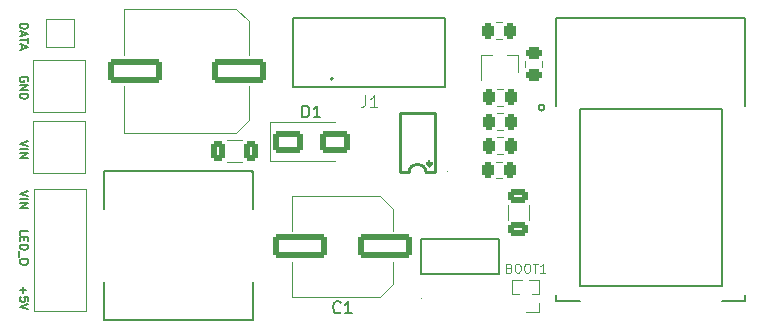
<source format=gbr>
%TF.GenerationSoftware,KiCad,Pcbnew,7.0.10*%
%TF.CreationDate,2025-01-28T16:46:30+01:00*%
%TF.ProjectId,LED_Wled,4c45445f-576c-4656-942e-6b696361645f,rev?*%
%TF.SameCoordinates,Original*%
%TF.FileFunction,Legend,Top*%
%TF.FilePolarity,Positive*%
%FSLAX46Y46*%
G04 Gerber Fmt 4.6, Leading zero omitted, Abs format (unit mm)*
G04 Created by KiCad (PCBNEW 7.0.10) date 2025-01-28 16:46:30*
%MOMM*%
%LPD*%
G01*
G04 APERTURE LIST*
G04 Aperture macros list*
%AMRoundRect*
0 Rectangle with rounded corners*
0 $1 Rounding radius*
0 $2 $3 $4 $5 $6 $7 $8 $9 X,Y pos of 4 corners*
0 Add a 4 corners polygon primitive as box body*
4,1,4,$2,$3,$4,$5,$6,$7,$8,$9,$2,$3,0*
0 Add four circle primitives for the rounded corners*
1,1,$1+$1,$2,$3*
1,1,$1+$1,$4,$5*
1,1,$1+$1,$6,$7*
1,1,$1+$1,$8,$9*
0 Add four rect primitives between the rounded corners*
20,1,$1+$1,$2,$3,$4,$5,0*
20,1,$1+$1,$4,$5,$6,$7,0*
20,1,$1+$1,$6,$7,$8,$9,0*
20,1,$1+$1,$8,$9,$2,$3,0*%
G04 Aperture macros list end*
%ADD10C,0.170000*%
%ADD11C,0.150000*%
%ADD12C,0.015000*%
%ADD13C,0.100000*%
%ADD14C,0.120000*%
%ADD15C,0.200000*%
%ADD16C,0.152400*%
%ADD17C,0.059995*%
%ADD18C,0.254000*%
%ADD19C,0.300000*%
%ADD20C,0.127000*%
%ADD21RoundRect,0.250000X-1.000000X-0.650000X1.000000X-0.650000X1.000000X0.650000X-1.000000X0.650000X0*%
%ADD22C,2.100000*%
%ADD23C,2.500000*%
%ADD24C,1.750000*%
%ADD25R,1.000000X1.000000*%
%ADD26O,1.000000X1.000000*%
%ADD27R,3.824003X5.820015*%
%ADD28R,0.800000X0.900000*%
%ADD29RoundRect,0.243750X-0.243750X-0.456250X0.243750X-0.456250X0.243750X0.456250X-0.243750X0.456250X0*%
%ADD30RoundRect,0.243750X0.456250X-0.243750X0.456250X0.243750X-0.456250X0.243750X-0.456250X-0.243750X0*%
%ADD31O,1.950216X0.568402*%
%ADD32RoundRect,0.243750X0.243750X0.456250X-0.243750X0.456250X-0.243750X-0.456250X0.243750X-0.456250X0*%
%ADD33R,1.100000X2.500000*%
%ADD34R,3.600000X2.340005*%
%ADD35RoundRect,0.250000X0.625000X-0.375000X0.625000X0.375000X-0.625000X0.375000X-0.625000X-0.375000X0*%
%ADD36RoundRect,0.250001X2.049999X0.799999X-2.049999X0.799999X-2.049999X-0.799999X2.049999X-0.799999X0*%
%ADD37RoundRect,0.250000X-0.375000X-0.625000X0.375000X-0.625000X0.375000X0.625000X-0.375000X0.625000X0*%
%ADD38R,2.000000X1.200000*%
%ADD39R,1.100000X1.700000*%
%ADD40R,2.000000X2.000000*%
%ADD41R,4.000000X4.000000*%
%ADD42RoundRect,0.250001X1.999999X0.799999X-1.999999X0.799999X-1.999999X-0.799999X1.999999X-0.799999X0*%
%ADD43R,4.000000X2.000000*%
G04 APERTURE END LIST*
D10*
X70794506Y-57428508D02*
X70094506Y-57661842D01*
X70094506Y-57661842D02*
X70794506Y-57895175D01*
X70094506Y-58128508D02*
X70794506Y-58128508D01*
X70094506Y-58461841D02*
X70794506Y-58461841D01*
X70794506Y-58461841D02*
X70094506Y-58861841D01*
X70094506Y-58861841D02*
X70794506Y-58861841D01*
X70794506Y-61678508D02*
X70094506Y-61911842D01*
X70094506Y-61911842D02*
X70794506Y-62145175D01*
X70094506Y-62378508D02*
X70794506Y-62378508D01*
X70094506Y-62711841D02*
X70794506Y-62711841D01*
X70794506Y-62711841D02*
X70094506Y-63111841D01*
X70094506Y-63111841D02*
X70794506Y-63111841D01*
X70094506Y-65378507D02*
X70094506Y-65045173D01*
X70094506Y-65045173D02*
X70794506Y-65045173D01*
X70461173Y-65611840D02*
X70461173Y-65845174D01*
X70094506Y-65945174D02*
X70094506Y-65611840D01*
X70094506Y-65611840D02*
X70794506Y-65611840D01*
X70794506Y-65611840D02*
X70794506Y-65945174D01*
X70094506Y-66245173D02*
X70794506Y-66245173D01*
X70794506Y-66245173D02*
X70794506Y-66411840D01*
X70794506Y-66411840D02*
X70761173Y-66511840D01*
X70761173Y-66511840D02*
X70694506Y-66578507D01*
X70694506Y-66578507D02*
X70627840Y-66611840D01*
X70627840Y-66611840D02*
X70494506Y-66645173D01*
X70494506Y-66645173D02*
X70394506Y-66645173D01*
X70394506Y-66645173D02*
X70261173Y-66611840D01*
X70261173Y-66611840D02*
X70194506Y-66578507D01*
X70194506Y-66578507D02*
X70127840Y-66511840D01*
X70127840Y-66511840D02*
X70094506Y-66411840D01*
X70094506Y-66411840D02*
X70094506Y-66245173D01*
X70027840Y-66778507D02*
X70027840Y-67311840D01*
X70794506Y-67611840D02*
X70794506Y-67745173D01*
X70794506Y-67745173D02*
X70761173Y-67811840D01*
X70761173Y-67811840D02*
X70694506Y-67878506D01*
X70694506Y-67878506D02*
X70561173Y-67911840D01*
X70561173Y-67911840D02*
X70327840Y-67911840D01*
X70327840Y-67911840D02*
X70194506Y-67878506D01*
X70194506Y-67878506D02*
X70127840Y-67811840D01*
X70127840Y-67811840D02*
X70094506Y-67745173D01*
X70094506Y-67745173D02*
X70094506Y-67611840D01*
X70094506Y-67611840D02*
X70127840Y-67545173D01*
X70127840Y-67545173D02*
X70194506Y-67478506D01*
X70194506Y-67478506D02*
X70327840Y-67445173D01*
X70327840Y-67445173D02*
X70561173Y-67445173D01*
X70561173Y-67445173D02*
X70694506Y-67478506D01*
X70694506Y-67478506D02*
X70761173Y-67545173D01*
X70761173Y-67545173D02*
X70794506Y-67611840D01*
X70361173Y-69811838D02*
X70361173Y-70345172D01*
X70094506Y-70078505D02*
X70627840Y-70078505D01*
X70794506Y-71011839D02*
X70794506Y-70678505D01*
X70794506Y-70678505D02*
X70461173Y-70645172D01*
X70461173Y-70645172D02*
X70494506Y-70678505D01*
X70494506Y-70678505D02*
X70527840Y-70745172D01*
X70527840Y-70745172D02*
X70527840Y-70911839D01*
X70527840Y-70911839D02*
X70494506Y-70978505D01*
X70494506Y-70978505D02*
X70461173Y-71011839D01*
X70461173Y-71011839D02*
X70394506Y-71045172D01*
X70394506Y-71045172D02*
X70227840Y-71045172D01*
X70227840Y-71045172D02*
X70161173Y-71011839D01*
X70161173Y-71011839D02*
X70127840Y-70978505D01*
X70127840Y-70978505D02*
X70094506Y-70911839D01*
X70094506Y-70911839D02*
X70094506Y-70745172D01*
X70094506Y-70745172D02*
X70127840Y-70678505D01*
X70127840Y-70678505D02*
X70161173Y-70645172D01*
X70794506Y-71245172D02*
X70094506Y-71478506D01*
X70094506Y-71478506D02*
X70794506Y-71711839D01*
X70094506Y-47528508D02*
X70794506Y-47528508D01*
X70794506Y-47528508D02*
X70794506Y-47695175D01*
X70794506Y-47695175D02*
X70761173Y-47795175D01*
X70761173Y-47795175D02*
X70694506Y-47861842D01*
X70694506Y-47861842D02*
X70627840Y-47895175D01*
X70627840Y-47895175D02*
X70494506Y-47928508D01*
X70494506Y-47928508D02*
X70394506Y-47928508D01*
X70394506Y-47928508D02*
X70261173Y-47895175D01*
X70261173Y-47895175D02*
X70194506Y-47861842D01*
X70194506Y-47861842D02*
X70127840Y-47795175D01*
X70127840Y-47795175D02*
X70094506Y-47695175D01*
X70094506Y-47695175D02*
X70094506Y-47528508D01*
X70294506Y-48195175D02*
X70294506Y-48528508D01*
X70094506Y-48128508D02*
X70794506Y-48361842D01*
X70794506Y-48361842D02*
X70094506Y-48595175D01*
X70794506Y-48728508D02*
X70794506Y-49128508D01*
X70094506Y-48928508D02*
X70794506Y-48928508D01*
X70294506Y-49328508D02*
X70294506Y-49661841D01*
X70094506Y-49261841D02*
X70794506Y-49495175D01*
X70794506Y-49495175D02*
X70094506Y-49728508D01*
X70761173Y-52395175D02*
X70794506Y-52328508D01*
X70794506Y-52328508D02*
X70794506Y-52228508D01*
X70794506Y-52228508D02*
X70761173Y-52128508D01*
X70761173Y-52128508D02*
X70694506Y-52061842D01*
X70694506Y-52061842D02*
X70627840Y-52028508D01*
X70627840Y-52028508D02*
X70494506Y-51995175D01*
X70494506Y-51995175D02*
X70394506Y-51995175D01*
X70394506Y-51995175D02*
X70261173Y-52028508D01*
X70261173Y-52028508D02*
X70194506Y-52061842D01*
X70194506Y-52061842D02*
X70127840Y-52128508D01*
X70127840Y-52128508D02*
X70094506Y-52228508D01*
X70094506Y-52228508D02*
X70094506Y-52295175D01*
X70094506Y-52295175D02*
X70127840Y-52395175D01*
X70127840Y-52395175D02*
X70161173Y-52428508D01*
X70161173Y-52428508D02*
X70394506Y-52428508D01*
X70394506Y-52428508D02*
X70394506Y-52295175D01*
X70094506Y-52728508D02*
X70794506Y-52728508D01*
X70794506Y-52728508D02*
X70094506Y-53128508D01*
X70094506Y-53128508D02*
X70794506Y-53128508D01*
X70094506Y-53461841D02*
X70794506Y-53461841D01*
X70794506Y-53461841D02*
X70794506Y-53628508D01*
X70794506Y-53628508D02*
X70761173Y-53728508D01*
X70761173Y-53728508D02*
X70694506Y-53795175D01*
X70694506Y-53795175D02*
X70627840Y-53828508D01*
X70627840Y-53828508D02*
X70494506Y-53861841D01*
X70494506Y-53861841D02*
X70394506Y-53861841D01*
X70394506Y-53861841D02*
X70261173Y-53828508D01*
X70261173Y-53828508D02*
X70194506Y-53795175D01*
X70194506Y-53795175D02*
X70127840Y-53728508D01*
X70127840Y-53728508D02*
X70094506Y-53628508D01*
X70094506Y-53628508D02*
X70094506Y-53461841D01*
D11*
X94011905Y-55454819D02*
X94011905Y-54454819D01*
X94011905Y-54454819D02*
X94250000Y-54454819D01*
X94250000Y-54454819D02*
X94392857Y-54502438D01*
X94392857Y-54502438D02*
X94488095Y-54597676D01*
X94488095Y-54597676D02*
X94535714Y-54692914D01*
X94535714Y-54692914D02*
X94583333Y-54883390D01*
X94583333Y-54883390D02*
X94583333Y-55026247D01*
X94583333Y-55026247D02*
X94535714Y-55216723D01*
X94535714Y-55216723D02*
X94488095Y-55311961D01*
X94488095Y-55311961D02*
X94392857Y-55407200D01*
X94392857Y-55407200D02*
X94250000Y-55454819D01*
X94250000Y-55454819D02*
X94011905Y-55454819D01*
X95535714Y-55454819D02*
X94964286Y-55454819D01*
X95250000Y-55454819D02*
X95250000Y-54454819D01*
X95250000Y-54454819D02*
X95154762Y-54597676D01*
X95154762Y-54597676D02*
X95059524Y-54692914D01*
X95059524Y-54692914D02*
X94964286Y-54740533D01*
D12*
X99341666Y-53571839D02*
X99341666Y-54286124D01*
X99341666Y-54286124D02*
X99294047Y-54428981D01*
X99294047Y-54428981D02*
X99198809Y-54524220D01*
X99198809Y-54524220D02*
X99055952Y-54571839D01*
X99055952Y-54571839D02*
X98960714Y-54571839D01*
X100341666Y-54571839D02*
X99770238Y-54571839D01*
X100055952Y-54571839D02*
X100055952Y-53571839D01*
X100055952Y-53571839D02*
X99960714Y-53714696D01*
X99960714Y-53714696D02*
X99865476Y-53809934D01*
X99865476Y-53809934D02*
X99770238Y-53857553D01*
D13*
X111525000Y-68198907D02*
X111632143Y-68234621D01*
X111632143Y-68234621D02*
X111667857Y-68270335D01*
X111667857Y-68270335D02*
X111703571Y-68341764D01*
X111703571Y-68341764D02*
X111703571Y-68448907D01*
X111703571Y-68448907D02*
X111667857Y-68520335D01*
X111667857Y-68520335D02*
X111632143Y-68556050D01*
X111632143Y-68556050D02*
X111560714Y-68591764D01*
X111560714Y-68591764D02*
X111275000Y-68591764D01*
X111275000Y-68591764D02*
X111275000Y-67841764D01*
X111275000Y-67841764D02*
X111525000Y-67841764D01*
X111525000Y-67841764D02*
X111596429Y-67877478D01*
X111596429Y-67877478D02*
X111632143Y-67913192D01*
X111632143Y-67913192D02*
X111667857Y-67984621D01*
X111667857Y-67984621D02*
X111667857Y-68056050D01*
X111667857Y-68056050D02*
X111632143Y-68127478D01*
X111632143Y-68127478D02*
X111596429Y-68163192D01*
X111596429Y-68163192D02*
X111525000Y-68198907D01*
X111525000Y-68198907D02*
X111275000Y-68198907D01*
X112167857Y-67841764D02*
X112310714Y-67841764D01*
X112310714Y-67841764D02*
X112382143Y-67877478D01*
X112382143Y-67877478D02*
X112453571Y-67948907D01*
X112453571Y-67948907D02*
X112489286Y-68091764D01*
X112489286Y-68091764D02*
X112489286Y-68341764D01*
X112489286Y-68341764D02*
X112453571Y-68484621D01*
X112453571Y-68484621D02*
X112382143Y-68556050D01*
X112382143Y-68556050D02*
X112310714Y-68591764D01*
X112310714Y-68591764D02*
X112167857Y-68591764D01*
X112167857Y-68591764D02*
X112096429Y-68556050D01*
X112096429Y-68556050D02*
X112025000Y-68484621D01*
X112025000Y-68484621D02*
X111989286Y-68341764D01*
X111989286Y-68341764D02*
X111989286Y-68091764D01*
X111989286Y-68091764D02*
X112025000Y-67948907D01*
X112025000Y-67948907D02*
X112096429Y-67877478D01*
X112096429Y-67877478D02*
X112167857Y-67841764D01*
X112953571Y-67841764D02*
X113096428Y-67841764D01*
X113096428Y-67841764D02*
X113167857Y-67877478D01*
X113167857Y-67877478D02*
X113239285Y-67948907D01*
X113239285Y-67948907D02*
X113275000Y-68091764D01*
X113275000Y-68091764D02*
X113275000Y-68341764D01*
X113275000Y-68341764D02*
X113239285Y-68484621D01*
X113239285Y-68484621D02*
X113167857Y-68556050D01*
X113167857Y-68556050D02*
X113096428Y-68591764D01*
X113096428Y-68591764D02*
X112953571Y-68591764D01*
X112953571Y-68591764D02*
X112882143Y-68556050D01*
X112882143Y-68556050D02*
X112810714Y-68484621D01*
X112810714Y-68484621D02*
X112775000Y-68341764D01*
X112775000Y-68341764D02*
X112775000Y-68091764D01*
X112775000Y-68091764D02*
X112810714Y-67948907D01*
X112810714Y-67948907D02*
X112882143Y-67877478D01*
X112882143Y-67877478D02*
X112953571Y-67841764D01*
X113489285Y-67841764D02*
X113917857Y-67841764D01*
X113703571Y-68591764D02*
X113703571Y-67841764D01*
X114560714Y-68591764D02*
X114132143Y-68591764D01*
X114346428Y-68591764D02*
X114346428Y-67841764D01*
X114346428Y-67841764D02*
X114275000Y-67948907D01*
X114275000Y-67948907D02*
X114203571Y-68020335D01*
X114203571Y-68020335D02*
X114132143Y-68056050D01*
D11*
X97233333Y-71934580D02*
X97185714Y-71982200D01*
X97185714Y-71982200D02*
X97042857Y-72029819D01*
X97042857Y-72029819D02*
X96947619Y-72029819D01*
X96947619Y-72029819D02*
X96804762Y-71982200D01*
X96804762Y-71982200D02*
X96709524Y-71886961D01*
X96709524Y-71886961D02*
X96661905Y-71791723D01*
X96661905Y-71791723D02*
X96614286Y-71601247D01*
X96614286Y-71601247D02*
X96614286Y-71458390D01*
X96614286Y-71458390D02*
X96661905Y-71267914D01*
X96661905Y-71267914D02*
X96709524Y-71172676D01*
X96709524Y-71172676D02*
X96804762Y-71077438D01*
X96804762Y-71077438D02*
X96947619Y-71029819D01*
X96947619Y-71029819D02*
X97042857Y-71029819D01*
X97042857Y-71029819D02*
X97185714Y-71077438D01*
X97185714Y-71077438D02*
X97233333Y-71125057D01*
X98185714Y-72029819D02*
X97614286Y-72029819D01*
X97900000Y-72029819D02*
X97900000Y-71029819D01*
X97900000Y-71029819D02*
X97804762Y-71172676D01*
X97804762Y-71172676D02*
X97709524Y-71267914D01*
X97709524Y-71267914D02*
X97614286Y-71315533D01*
D14*
%TO.C,D1*%
X91240000Y-55850000D02*
X91240000Y-59150000D01*
X91240000Y-55850000D02*
X96750000Y-55850000D01*
X91240000Y-59150000D02*
X96750000Y-59150000D01*
D15*
%TO.C,J1*%
X106110000Y-52875000D02*
X93240000Y-52875000D01*
X106110000Y-47075000D02*
X106110000Y-52875000D01*
X93240000Y-52875000D02*
X93240000Y-47075000D01*
X93240000Y-47075000D02*
X106110000Y-47075000D01*
X96575000Y-52175000D02*
G75*
G03*
X96375000Y-52175000I-100000J0D01*
G01*
X96375000Y-52175000D02*
G75*
G03*
X96575000Y-52175000I100000J0D01*
G01*
D14*
%TO.C,BOOT1*%
X114010000Y-71960000D02*
X112900000Y-71960000D01*
X114010000Y-71200000D02*
X114010000Y-71960000D01*
X114010000Y-70440000D02*
X114010000Y-69235000D01*
X114010000Y-70440000D02*
X113463471Y-70440000D01*
X114010000Y-69235000D02*
X113207530Y-69235000D01*
X112592470Y-69235000D02*
X111790000Y-69235000D01*
X112336529Y-70440000D02*
X111790000Y-70440000D01*
X111790000Y-70440000D02*
X111790000Y-69235000D01*
D16*
%TO.C,L1*%
X89826213Y-72626213D02*
X77173787Y-72626213D01*
X89826213Y-69362408D02*
X89826213Y-72626213D01*
X89826213Y-63237592D02*
X89826213Y-59973787D01*
X89826213Y-59973787D02*
X77173787Y-59973787D01*
X77173787Y-72626213D02*
X77173787Y-69362408D01*
X77173787Y-59973787D02*
X77173787Y-63237592D01*
D17*
X89750063Y-60079959D02*
G75*
G03*
X89690119Y-60079959I-29972J0D01*
G01*
X89690119Y-60079959D02*
G75*
G03*
X89750063Y-60079959I29972J0D01*
G01*
D14*
%TO.C,Q1*%
X109120000Y-50140000D02*
X109120000Y-52300000D01*
X109120000Y-50140000D02*
X110050000Y-50140000D01*
X112280000Y-50140000D02*
X112280000Y-51600000D01*
X112280000Y-50140000D02*
X111350000Y-50140000D01*
%TO.C,R1*%
X110441422Y-55090000D02*
X110958578Y-55090000D01*
X110441422Y-56510000D02*
X110958578Y-56510000D01*
%TO.C,R4*%
X112890000Y-51158578D02*
X112890000Y-50641422D01*
X114310000Y-51158578D02*
X114310000Y-50641422D01*
%TO.C,R5*%
X110403922Y-47390000D02*
X110921078Y-47390000D01*
X110403922Y-48810000D02*
X110921078Y-48810000D01*
D18*
%TO.C,U2*%
X102250000Y-60100000D02*
X103023711Y-60100000D01*
X102250000Y-60100000D02*
X102250000Y-55100000D01*
X105250000Y-60100000D02*
X104476568Y-60100000D01*
X105250000Y-60100000D02*
X105250000Y-55100000D01*
X102250000Y-55100000D02*
X105250000Y-55100000D01*
X104476568Y-60099999D02*
G75*
G03*
X103023711Y-60095098I-726571J-39802D01*
G01*
D17*
X106319977Y-60013005D02*
G75*
G03*
X106260033Y-60013005I-29972J0D01*
G01*
X106260033Y-60013005D02*
G75*
G03*
X106319977Y-60013005I29972J0D01*
G01*
D19*
X104916117Y-59378004D02*
G75*
G03*
X104615887Y-59378004I-150115J0D01*
G01*
X104615887Y-59378004D02*
G75*
G03*
X104916117Y-59378004I150115J0D01*
G01*
D14*
%TO.C,R2*%
X110958578Y-54460000D02*
X110441422Y-54460000D01*
X110958578Y-53040000D02*
X110441422Y-53040000D01*
D16*
%TO.C,U3*%
X110676213Y-65778575D02*
X110676213Y-68721374D01*
X104023787Y-65778575D02*
X110676213Y-65778575D01*
X110676213Y-68721374D02*
X104023787Y-68721374D01*
X104023787Y-68721374D02*
X104023787Y-65778575D01*
D17*
X104130036Y-70750102D02*
G75*
G03*
X104070092Y-70750102I-29972J0D01*
G01*
X104070092Y-70750102D02*
G75*
G03*
X104130036Y-70750102I29972J0D01*
G01*
D14*
%TO.C,C5*%
X111390000Y-64102064D02*
X111390000Y-62897936D01*
X113210000Y-64102064D02*
X113210000Y-62897936D01*
%TO.C,C4*%
X110403922Y-59190000D02*
X110921078Y-59190000D01*
X110403922Y-60610000D02*
X110921078Y-60610000D01*
%TO.C,C2*%
X89460000Y-55695563D02*
X89460000Y-52810000D01*
X89460000Y-55695563D02*
X88395563Y-56760000D01*
X89460000Y-47304437D02*
X89460000Y-50190000D01*
X89460000Y-47304437D02*
X88395563Y-46240000D01*
X88395563Y-56760000D02*
X78940000Y-56760000D01*
X88395563Y-46240000D02*
X78940000Y-46240000D01*
X78940000Y-56760000D02*
X78940000Y-52810000D01*
X78940000Y-46240000D02*
X78940000Y-50190000D01*
%TO.C,R3*%
X110958578Y-58560000D02*
X110441422Y-58560000D01*
X110958578Y-57140000D02*
X110441422Y-57140000D01*
%TO.C,C3*%
X87647936Y-57390000D02*
X88852064Y-57390000D01*
X87647936Y-59210000D02*
X88852064Y-59210000D01*
D20*
%TO.C,U1*%
X115500000Y-47000000D02*
X131500000Y-47000000D01*
X115500000Y-54500000D02*
X115500000Y-47000000D01*
X115500000Y-70500000D02*
X115500000Y-71000000D01*
X115500000Y-71000000D02*
X117500000Y-71000000D01*
X117500000Y-54760000D02*
X129500000Y-54760000D01*
X117500000Y-69760000D02*
X117500000Y-54760000D01*
X129500000Y-54760000D02*
X129500000Y-69760000D01*
X129500000Y-69760000D02*
X117500000Y-69760000D01*
X131500000Y-47000000D02*
X131500000Y-54500000D01*
X131500000Y-70500000D02*
X131500000Y-71000000D01*
X131500000Y-71000000D02*
X129500000Y-71000000D01*
X114500000Y-54625000D02*
G75*
G03*
X114000000Y-54625000I-250000J0D01*
G01*
X114000000Y-54625000D02*
G75*
G03*
X114500000Y-54625000I250000J0D01*
G01*
D14*
%TO.C,J3*%
X74675000Y-47125000D02*
X74675000Y-49525000D01*
X72275000Y-47125000D02*
X74675000Y-47125000D01*
X74675000Y-49525000D02*
X72275000Y-49525000D01*
X72275000Y-49525000D02*
X72275000Y-47125000D01*
%TO.C,J2*%
X75600000Y-55750000D02*
X75600000Y-60150000D01*
X71200000Y-55750000D02*
X75600000Y-55750000D01*
X75600000Y-60150000D02*
X71200000Y-60150000D01*
X71200000Y-60150000D02*
X71200000Y-55750000D01*
%TO.C,C1*%
X101660000Y-69570563D02*
X101660000Y-67685000D01*
X101660000Y-69570563D02*
X100595563Y-70635000D01*
X101660000Y-63179437D02*
X101660000Y-65065000D01*
X101660000Y-63179437D02*
X100595563Y-62115000D01*
X100595563Y-70635000D02*
X93140000Y-70635000D01*
X100595563Y-62115000D02*
X93140000Y-62115000D01*
X93140000Y-70635000D02*
X93140000Y-67685000D01*
X93140000Y-62115000D02*
X93140000Y-65065000D01*
%TO.C,J4*%
X71200000Y-50575000D02*
X75600000Y-50575000D01*
X71200000Y-54975000D02*
X71200000Y-50575000D01*
X75600000Y-50575000D02*
X75600000Y-54975000D01*
X75600000Y-54975000D02*
X71200000Y-54975000D01*
D13*
%TO.C,JP1*%
X75650000Y-61475000D02*
X75650000Y-71875000D01*
X71250000Y-61475000D02*
X75650000Y-61475000D01*
X75650000Y-71875000D02*
X71250000Y-71875000D01*
X71250000Y-71875000D02*
X71250000Y-61475000D01*
%TD*%
%LPC*%
D21*
%TO.C,D1*%
X92750000Y-57500000D03*
X96750000Y-57500000D03*
%TD*%
D22*
%TO.C,J1*%
X102910000Y-51245000D03*
D23*
X96440000Y-48705000D03*
D24*
X97770000Y-51245000D03*
X99040000Y-48705000D03*
X100310000Y-51245000D03*
X101580000Y-48705000D03*
%TD*%
D25*
%TO.C,BOOT1*%
X112900000Y-71200000D03*
D26*
X112900000Y-69930000D03*
%TD*%
D27*
%TO.C,L1*%
X78321946Y-66300000D03*
X88678054Y-66300000D03*
%TD*%
D28*
%TO.C,Q1*%
X109750000Y-51900000D03*
X111650000Y-51900000D03*
X110700000Y-49900000D03*
%TD*%
D29*
%TO.C,R1*%
X109762500Y-55800000D03*
X111637500Y-55800000D03*
%TD*%
D30*
%TO.C,R4*%
X113600000Y-51837500D03*
X113600000Y-49962500D03*
%TD*%
D29*
%TO.C,R5*%
X109725000Y-48100000D03*
X111600000Y-48100000D03*
%TD*%
D31*
%TO.C,U2*%
X106455105Y-59505004D03*
X106455105Y-58235001D03*
X106455105Y-56964999D03*
X106455105Y-55694996D03*
X101044895Y-55694996D03*
X101044895Y-56964999D03*
X101044895Y-58235001D03*
X101044895Y-59505004D03*
%TD*%
D32*
%TO.C,R2*%
X111637500Y-53750000D03*
X109762500Y-53750000D03*
%TD*%
D33*
%TO.C,U3*%
X105050025Y-70319952D03*
X107350000Y-70319952D03*
X109649975Y-70319952D03*
D34*
X107350000Y-64380023D03*
%TD*%
D35*
%TO.C,C5*%
X112300000Y-64900000D03*
X112300000Y-62100000D03*
%TD*%
D29*
%TO.C,C4*%
X109725000Y-59900000D03*
X111600000Y-59900000D03*
%TD*%
D36*
%TO.C,C2*%
X88600000Y-51500000D03*
X79800000Y-51500000D03*
%TD*%
D32*
%TO.C,R3*%
X111637500Y-57850000D03*
X109762500Y-57850000D03*
%TD*%
D37*
%TO.C,C3*%
X86850000Y-58300000D03*
X89650000Y-58300000D03*
%TD*%
D38*
%TO.C,U1*%
X116000000Y-55500000D03*
X116000000Y-57500000D03*
X116000000Y-59500000D03*
X116000000Y-61500000D03*
X116000000Y-63500000D03*
X116000000Y-65500000D03*
X116000000Y-67500000D03*
X116000000Y-69500000D03*
D39*
X118500000Y-71000000D03*
X120500000Y-71000000D03*
X122500000Y-71000000D03*
X124500000Y-71000000D03*
X126500000Y-71000000D03*
X128500000Y-71000000D03*
D38*
X131000000Y-69500000D03*
X131000000Y-67500000D03*
X131000000Y-65500000D03*
X131000000Y-63500000D03*
X131000000Y-61500000D03*
X131000000Y-59500000D03*
X131000000Y-57500000D03*
X131000000Y-55500000D03*
%TD*%
D40*
%TO.C,J3*%
X73475000Y-48325000D03*
%TD*%
D41*
%TO.C,J2*%
X73400000Y-57950000D03*
%TD*%
D42*
%TO.C,C1*%
X101000000Y-66375000D03*
X93800000Y-66375000D03*
%TD*%
D41*
%TO.C,J4*%
X73400000Y-52775000D03*
%TD*%
%TO.C,JP1*%
X73450000Y-66675000D03*
D43*
X73450000Y-62675000D03*
X73450000Y-70675000D03*
%TD*%
%LPD*%
M02*

</source>
